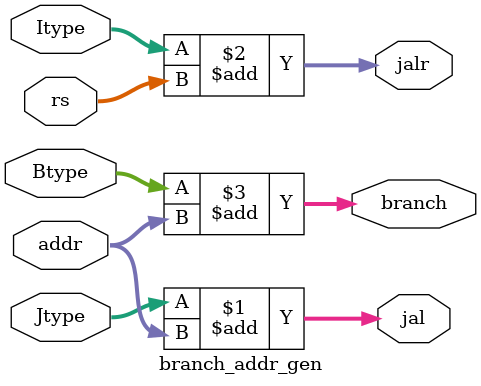
<source format=v>
`timescale 1ns / 1ps

module branch_addr_gen(
    input [31:0] addr,
    input [31:0] rs,
    input [31:0] Itype,
    input [31:0] Btype,
    input [31:0] Jtype,
    output [31:0] jal,
    output [31:0] branch,
    output [31:0] jalr
    );
    
    //assigning jal address 
    assign jal = Jtype + addr;
    
    //assigning jalr address
    assign jalr = Itype + rs;
    
    //assigning branch address
    assign branch = Btype + addr;

endmodule
</source>
